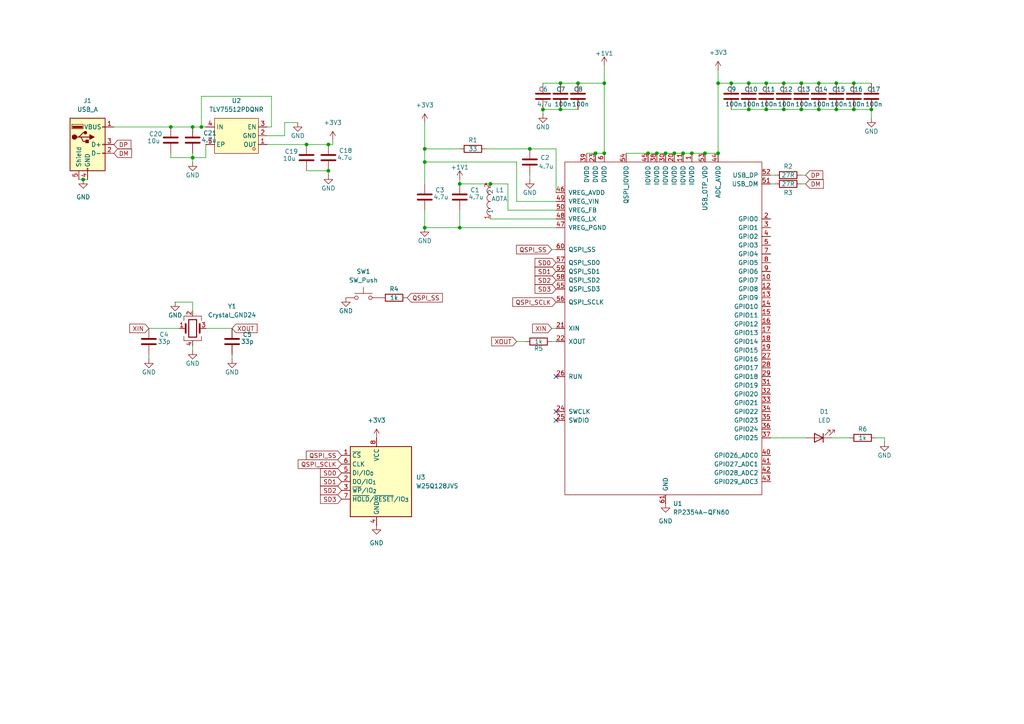
<source format=kicad_sch>
(kicad_sch (version 20250114) (generator "eeschema") (generator_version "9.0")
  (paper "A4")
  (lib_symbols
    (symbol "Connector:USB_A" (pin_names (offset 1.016))
      (property "Reference" "J" (at -5.08 11.43 0))
      (property "Value" "USB_A" (at -5.08 8.89 0))
      (symbol "USB_A_0_1"
        (rectangle (start -5.08 -7.62) (end 5.08 7.62) (stroke (width 0.254)) (fill (type background)))
        (circle (center -3.81 2.159) (radius 0.635) (stroke (width 0.254)) (fill (type outline)))
        (polyline (pts (xy -3.175 2.159) (xy -2.54 2.159) (xy -1.27 3.429) (xy -0.635 3.429)) (stroke (width 0.254)))
        (polyline (pts (xy -2.54 2.159) (xy -1.905 2.159) (xy -1.27 0.889) (xy 0 0.889)) (stroke (width 0.254)))
        (rectangle (start -1.524 4.826) (end -4.318 5.334) (fill (type outline)))
        (rectangle (start -1.27 4.572) (end -4.572 5.842))
        (circle (center -0.635 3.429) (radius 0.381) (stroke (width 0.254)) (fill (type outline)))
        (rectangle (start -0.127 -7.62) (end 0.127 -6.858))
        (rectangle (start 0.254 1.27) (end -0.508 0.508) (stroke (width 0.254)) (fill (type outline)))
        (polyline (pts (xy 0.635 2.794) (xy 0.635 1.524) (xy 1.905 2.159) (xy 0.635 2.794)) (stroke (width 0.254)) (fill (type outline)))
        (rectangle (start 5.08 4.953) (end 4.318 5.207))
        (rectangle (start 5.08 -0.127) (end 4.318 0.127))
        (rectangle (start 5.08 -2.667) (end 4.318 -2.413))
      )
      (symbol "USB_A_1_1"
        (polyline (pts (xy -1.905 2.159) (xy 0.635 2.159)) (stroke (width 0.254)))
        (pin passive line (at -2.54 -10.16 90) (length 2.54) (name "Shield") (number "5"))
        (pin power_in line (at 0 -10.16 90) (length 2.54) (name "GND") (number "4"))
        (pin power_in line (at 7.62 5.08 180) (length 2.54) (name "VBUS") (number "1"))
        (pin bidirectional line (at 7.62 0 180) (length 2.54) (name "D+") (number "3"))
        (pin bidirectional line (at 7.62 -2.54 180) (length 2.54) (name "D-") (number "2"))
      )
    )
    (symbol "Device:C" (pin_numbers (hide yes)) (pin_names (offset 0.254))
      (property "Reference" "C" (at 0.635 2.54 0))
      (property "Value" "C" (at 0.635 -2.54 0))
      (symbol "C_0_1"
        (polyline (pts (xy -2.032 0.762) (xy 2.032 0.762)) (stroke (width 0.508)))
        (polyline (pts (xy -2.032 -0.762) (xy 2.032 -0.762)) (stroke (width 0.508)))
      )
      (symbol "C_1_1"
        (pin passive line (at 0 3.81 270) (length 2.794) (name "~") (number "1"))
        (pin passive line (at 0 -3.81 90) (length 2.794) (name "~") (number "2"))
      )
    )
    (symbol "Device:Crystal_GND24" (pin_names (offset 1.016) (hide yes))
      (property "Reference" "Y" (at 3.175 5.08 0))
      (property "Value" "Crystal_GND24" (at 3.175 3.175 0))
      (symbol "Crystal_GND24_0_1"
        (polyline (pts (xy -2.54 2.286) (xy -2.54 3.556) (xy 2.54 3.556) (xy 2.54 2.286)))
        (polyline (pts (xy -2.54 0) (xy -2.032 0)))
        (polyline (pts (xy -2.54 -2.286) (xy -2.54 -3.556) (xy 2.54 -3.556) (xy 2.54 -2.286)))
        (polyline (pts (xy -2.032 -1.27) (xy -2.032 1.27)) (stroke (width 0.508)))
        (rectangle (start -1.143 2.54) (end 1.143 -2.54) (stroke (width 0.3048)))
        (polyline (pts (xy 0 3.556) (xy 0 3.81)))
        (polyline (pts (xy 0 -3.81) (xy 0 -3.556)))
        (polyline (pts (xy 2.032 0) (xy 2.54 0)))
        (polyline (pts (xy 2.032 -1.27) (xy 2.032 1.27)) (stroke (width 0.508)))
      )
      (symbol "Crystal_GND24_1_1"
        (pin passive line (at -3.81 0 0) (length 1.27) (name "1") (number "1"))
        (pin passive line (at 0 5.08 270) (length 1.27) (name "2") (number "2"))
        (pin passive line (at 0 -5.08 90) (length 1.27) (name "4") (number "4"))
        (pin passive line (at 3.81 0 180) (length 1.27) (name "3") (number "3"))
      )
    )
    (symbol "Device:LED" (pin_numbers (hide yes)) (pin_names (offset 1.016) (hide yes))
      (property "Reference" "D" (at 0 2.54 0))
      (property "Value" "LED" (at 0 -2.54 0))
      (symbol "LED_0_1"
        (polyline (pts (xy -3.048 -0.762) (xy -4.572 -2.286) (xy -3.81 -2.286) (xy -4.572 -2.286) (xy -4.572 -1.524)))
        (polyline (pts (xy -1.778 -0.762) (xy -3.302 -2.286) (xy -2.54 -2.286) (xy -3.302 -2.286) (xy -3.302 -1.524)))
        (polyline (pts (xy -1.27 0) (xy 1.27 0)))
        (polyline (pts (xy -1.27 -1.27) (xy -1.27 1.27)) (stroke (width 0.254)))
        (polyline (pts (xy 1.27 -1.27) (xy 1.27 1.27) (xy -1.27 0) (xy 1.27 -1.27)) (stroke (width 0.254)))
      )
      (symbol "LED_1_1"
        (pin passive line (at -3.81 0 0) (length 2.54) (name "K") (number "1"))
        (pin passive line (at 3.81 0 180) (length 2.54) (name "A") (number "2"))
      )
    )
    (symbol "Device:R" (pin_numbers (hide yes)) (pin_names (offset 0))
      (property "Reference" "R" (at 2.032 0 90))
      (property "Value" "R" (at 0 0 90))
      (symbol "R_0_1"
        (rectangle (start -1.016 -2.54) (end 1.016 2.54) (stroke (width 0.254)))
      )
      (symbol "R_1_1"
        (pin passive line (at 0 3.81 270) (length 1.27) (name "~") (number "1"))
        (pin passive line (at 0 -3.81 90) (length 1.27) (name "~") (number "2"))
      )
    )
    (symbol "Memory_Flash:W25Q128JVS"
      (property "Reference" "U" (at -6.35 11.43 0))
      (property "Value" "W25Q128JVS" (at 7.62 11.43 0))
      (symbol "W25Q128JVS_0_1"
        (rectangle (start -7.62 10.16) (end 10.16 -10.16) (stroke (width 0.254)) (fill (type background)))
      )
      (symbol "W25Q128JVS_1_1"
        (pin input line (at -10.16 7.62 0) (length 2.54) (name "~{CS}") (number "1"))
        (pin input line (at -10.16 5.08 0) (length 2.54) (name "CLK") (number "6"))
        (pin bidirectional line (at -10.16 2.54 0) (length 2.54) (name "DI/IO_{0}") (number "5"))
        (pin bidirectional line (at -10.16 0 0) (length 2.54) (name "DO/IO_{1}") (number "2"))
        (pin bidirectional line (at -10.16 -2.54 0) (length 2.54) (name "~{WP}/IO_{2}") (number "3"))
        (pin bidirectional line (at -10.16 -5.08 0) (length 2.54) (name "~{HOLD}/~{RESET}/IO_{3}") (number "7"))
        (pin power_in line (at 0 12.7 270) (length 2.54) (name "VCC") (number "8"))
        (pin power_in line (at 0 -12.7 90) (length 2.54) (name "GND") (number "4"))
      )
    )
    (symbol "Switch:SW_Push" (pin_numbers (hide yes)) (pin_names (offset 1.016) (hide yes))
      (property "Reference" "SW" (at 1.27 2.54 0))
      (property "Value" "SW_Push" (at 0 -1.524 0))
      (symbol "SW_Push_0_1"
        (circle (center -2.032 0) (radius 0.508))
        (polyline (pts (xy 0 1.27) (xy 0 3.048)))
        (circle (center 2.032 0) (radius 0.508))
        (polyline (pts (xy 2.54 1.27) (xy -2.54 1.27)))
        (pin passive line (at -5.08 0 0) (length 2.54) (name "1") (number "1"))
        (pin passive line (at 5.08 0 180) (length 2.54) (name "2") (number "2"))
      )
    )
    (symbol "easyeda2kicad:AOTA-B201610S3R3-101-T"
      (property "Reference" "L" (at 0 5.08 0))
      (property "Value" "AOTA-B201610S3R3-101-T" (at 0 -5.08 0))
      (symbol "AOTA-B201610S3R3-101-T_0_1"
        (arc (start -4.06 -0.01) (mid -2.83 0.99) (end -2.03 0.01))
        (arc (start -2.03 -0.01) (mid -0.8 0.99) (end 0 0.01))
        (arc (start 0 -0.01) (mid 1.23 0.99) (end 2.03 0.01))
        (arc (start 2.03 -0.01) (mid 3.26 0.99) (end 4.06 0.01))
        (circle (center 5.08 1.27) (radius 0.25))
        (pin unspecified line (at -5.08 0 0) (length 1.016) (name "1") (number "1"))
        (pin unspecified line (at 5.08 0 180) (length 1.016) (name "2") (number "2"))
      )
    )
    (symbol "easyeda2kicad:TLV75512PDQNR"
      (property "Reference" "U" (at 0 7.62 0))
      (property "Value" "TLV75512PDQNR" (at 0 -7.62 0))
      (symbol "TLV75512PDQNR_0_1"
        (rectangle (start -7.62 5.08) (end 5.08 -5.08) (fill (type background)))
        (circle (center -6.35 3.81) (radius 0.38))
        (pin unspecified line (at -10.16 2.54 0) (length 2.54) (name "OUT") (number "1"))
        (pin unspecified line (at -10.16 0 0) (length 2.54) (name "GND") (number "2"))
        (pin unspecified line (at -10.16 -2.54 0) (length 2.54) (name "EN") (number "3"))
        (pin unspecified line (at 7.62 2.54 180) (length 2.54) (name "EP") (number "5"))
        (pin unspecified line (at 7.62 -2.54 180) (length 2.54) (name "IN") (number "4"))
      )
    )
    (symbol "power:+1V1" (power) (pin_numbers (hide yes)) (pin_names (offset 0) (hide yes))
      (property "Value" "+1V1" (at 0 3.556 0))
      (symbol "+1V1_0_1"
        (polyline (pts (xy -0.762 1.27) (xy 0 2.54)))
        (polyline (pts (xy 0 2.54) (xy 0.762 1.27)))
        (polyline (pts (xy 0 0) (xy 0 2.54)))
      )
      (symbol "+1V1_1_1"
        (pin power_in line (at 0 0 90) (length 0) (name "~") (number "1"))
      )
    )
    (symbol "power:+3V3" (power) (pin_numbers (hide yes)) (pin_names (offset 0) (hide yes))
      (property "Value" "+3V3" (at 0 3.556 0))
      (symbol "+3V3_0_1"
        (polyline (pts (xy -0.762 1.27) (xy 0 2.54)))
        (polyline (pts (xy 0 2.54) (xy 0.762 1.27)))
        (polyline (pts (xy 0 0) (xy 0 2.54)))
      )
      (symbol "+3V3_1_1"
        (pin power_in line (at 0 0 90) (length 0) (name "~") (number "1"))
      )
    )
    (symbol "power:GND" (power) (pin_numbers (hide yes)) (pin_names (offset 0) (hide yes))
      (property "Value" "GND" (at 0 -3.81 0))
      (symbol "GND_0_1"
        (polyline (pts (xy 0 0) (xy 0 -1.27) (xy 1.27 -1.27) (xy 0 -2.54) (xy -1.27 -1.27) (xy 0 -1.27)))
      )
      (symbol "GND_1_1"
        (pin power_in line (at 0 0 270) (length 0) (name "~") (number "1"))
      )
    )
    (symbol "user_imported:RP2350A-QFN60" (pin_names (offset 1.016))
      (property "Reference" "U" (at 0 -1.27 0))
      (property "Value" "RP2350A-QFN60" (at 0 1.27 0))
      (symbol "RP2350A-QFN60_0_1"
        (rectangle (start -29.21 44.45) (end 27.94 -52.07))
      )
      (symbol "RP2350A-QFN60_1_0"
        (pin passive line (at 0 -54.61 90) (length 2.54) (name "GND") (number "61"))
      )
      (symbol "RP2350A-QFN60_1_1"
        (pin power_in line (at -31.75 35.56 0) (length 2.54) (name "VREG_AVDD") (number "46"))
        (pin power_in line (at -31.75 33.02 0) (length 2.54) (name "VREG_VIN") (number "49"))
        (pin power_in line (at -31.75 30.48 0) (length 2.54) (name "VREG_FB") (number "50"))
        (pin power_out line (at -31.75 27.94 0) (length 2.54) (name "VREG_LX") (number "48"))
        (pin input line (at -31.75 25.4 0) (length 2.54) (name "VREG_PGND") (number "47"))
        (pin bidirectional line (at -31.75 19.05 0) (length 2.54) (name "QSPI_SS") (number "60"))
        (pin bidirectional line (at -31.75 15.24 0) (length 2.54) (name "QSPI_SD0") (number "57"))
        (pin bidirectional line (at -31.75 12.7 0) (length 2.54) (name "QSPI_SD1") (number "59"))
        (pin bidirectional line (at -31.75 10.16 0) (length 2.54) (name "QSPI_SD2") (number "58"))
        (pin bidirectional line (at -31.75 7.62 0) (length 2.54) (name "QSPI_SD3") (number "55"))
        (pin bidirectional line (at -31.75 3.81 0) (length 2.54) (name "QSPI_SCLK") (number "56"))
        (pin input line (at -31.75 -3.81 0) (length 2.54) (name "XIN") (number "21"))
        (pin output line (at -31.75 -7.62 0) (length 2.54) (name "XOUT") (number "22"))
        (pin input line (at -31.75 -17.78 0) (length 2.54) (name "RUN") (number "26"))
        (pin input line (at -31.75 -27.94 0) (length 2.54) (name "SWCLK") (number "24"))
        (pin bidirectional line (at -31.75 -30.48 0) (length 2.54) (name "SWDIO") (number "25"))
        (pin power_in line (at -22.86 46.99 270) (length 2.54) (name "DVDD") (number "39"))
        (pin power_in line (at -20.32 46.99 270) (length 2.54) (name "DVDD") (number "23"))
        (pin power_in line (at -17.78 46.99 270) (length 2.54) (name "DVDD") (number "6"))
        (pin power_in line (at -11.43 46.99 270) (length 2.54) (name "QSPI_IOVDD") (number "54"))
        (pin power_in line (at -5.08 46.99 270) (length 2.54) (name "IOVDD") (number "45"))
        (pin power_in line (at -2.54 46.99 270) (length 2.54) (name "IOVDD") (number "38"))
        (pin power_in line (at 0 46.99 270) (length 2.54) (name "IOVDD") (number "30"))
        (pin power_in line (at 2.54 46.99 270) (length 2.54) (name "IOVDD") (number "20"))
        (pin power_in line (at 5.08 46.99 270) (length 2.54) (name "IOVDD") (number "11"))
        (pin power_in line (at 7.62 46.99 270) (length 2.54) (name "IOVDD") (number "1"))
        (pin power_in line (at 11.43 46.99 270) (length 2.54) (name "USB_OTP_VDD") (number "53"))
        (pin power_in line (at 15.24 46.99 270) (length 2.54) (name "ADC_AVDD") (number "44"))
        (pin bidirectional line (at 30.48 40.64 180) (length 2.54) (name "USB_DP") (number "52"))
        (pin bidirectional line (at 30.48 38.1 180) (length 2.54) (name "USB_DM") (number "51"))
        (pin bidirectional line (at 30.48 27.94 180) (length 2.54) (name "GPIO0") (number "2"))
        (pin bidirectional line (at 30.48 25.4 180) (length 2.54) (name "GPIO1") (number "3"))
        (pin bidirectional line (at 30.48 22.86 180) (length 2.54) (name "GPIO2") (number "4"))
        (pin bidirectional line (at 30.48 20.32 180) (length 2.54) (name "GPIO3") (number "5"))
        (pin bidirectional line (at 30.48 17.78 180) (length 2.54) (name "GPIO4") (number "7"))
        (pin bidirectional line (at 30.48 15.24 180) (length 2.54) (name "GPIO5") (number "8"))
        (pin bidirectional line (at 30.48 12.7 180) (length 2.54) (name "GPIO6") (number "9"))
        (pin bidirectional line (at 30.48 10.16 180) (length 2.54) (name "GPIO7") (number "10"))
        (pin bidirectional line (at 30.48 7.62 180) (length 2.54) (name "GPIO8") (number "12"))
        (pin bidirectional line (at 30.48 5.08 180) (length 2.54) (name "GPIO9") (number "13"))
        (pin bidirectional line (at 30.48 2.54 180) (length 2.54) (name "GPIO10") (number "14"))
        (pin bidirectional line (at 30.48 0 180) (length 2.54) (name "GPIO11") (number "15"))
        (pin bidirectional line (at 30.48 -2.54 180) (length 2.54) (name "GPIO12") (number "16"))
        (pin bidirectional line (at 30.48 -5.08 180) (length 2.54) (name "GPIO13") (number "17"))
        (pin bidirectional line (at 30.48 -7.62 180) (length 2.54) (name "GPIO14") (number "18"))
        (pin bidirectional line (at 30.48 -10.16 180) (length 2.54) (name "GPIO15") (number "19"))
        (pin bidirectional line (at 30.48 -12.7 180) (length 2.54) (name "GPIO16") (number "27"))
        (pin bidirectional line (at 30.48 -15.24 180) (length 2.54) (name "GPIO17") (number "28"))
        (pin bidirectional line (at 30.48 -17.78 180) (length 2.54) (name "GPIO18") (number "29"))
        (pin bidirectional line (at 30.48 -20.32 180) (length 2.54) (name "GPIO19") (number "31"))
        (pin bidirectional line (at 30.48 -22.86 180) (length 2.54) (name "GPIO20") (number "32"))
        (pin bidirectional line (at 30.48 -25.4 180) (length 2.54) (name "GPIO21") (number "33"))
        (pin bidirectional line (at 30.48 -27.94 180) (length 2.54) (name "GPIO22") (number "34"))
        (pin bidirectional line (at 30.48 -30.48 180) (length 2.54) (name "GPIO23") (number "35"))
        (pin bidirectional line (at 30.48 -33.02 180) (length 2.54) (name "GPIO24") (number "36"))
        (pin bidirectional line (at 30.48 -35.56 180) (length 2.54) (name "GPIO25") (number "37"))
        (pin bidirectional line (at 30.48 -40.64 180) (length 2.54) (name "GPIO26_ADC0") (number "40"))
        (pin bidirectional line (at 30.48 -43.18 180) (length 2.54) (name "GPIO27_ADC1") (number "41"))
        (pin bidirectional line (at 30.48 -45.72 180) (length 2.54) (name "GPIO28_ADC2") (number "42"))
        (pin bidirectional line (at 30.48 -48.26 180) (length 2.54) (name "GPIO29_ADC3") (number "43"))
      )
    )
  )
  (junction (at 55.88 36.83))
  (junction (at 217.17 31.75))
  (junction (at 237.49 24.13))
  (junction (at 193.04 44.45))
  (junction (at 212.09 24.13))
  (junction (at 252.73 31.75))
  (junction (at 167.64 24.13))
  (junction (at 175.26 24.13))
  (junction (at 232.41 24.13))
  (junction (at 24.13 52.07))
  (junction (at 88.9 41.91))
  (junction (at 55.88 45.72))
  (junction (at 222.25 24.13))
  (junction (at 217.17 24.13))
  (junction (at 49.53 36.83))
  (junction (at 232.41 31.75))
  (junction (at 142.24 53.34))
  (junction (at 227.33 24.13))
  (junction (at 247.65 24.13))
  (junction (at 204.47 44.45))
  (junction (at 242.57 31.75))
  (junction (at 58.42 36.83))
  (junction (at 123.19 66.04))
  (junction (at 195.58 44.45))
  (junction (at 162.56 24.13))
  (junction (at 175.26 44.45))
  (junction (at 187.96 44.45))
  (junction (at 162.56 31.75))
  (junction (at 172.72 44.45))
  (junction (at 237.49 31.75))
  (junction (at 247.65 31.75))
  (junction (at 123.19 43.18))
  (junction (at 208.28 44.45))
  (junction (at 133.35 53.34))
  (junction (at 95.25 41.91))
  (junction (at 95.25 49.53))
  (junction (at 157.48 31.75))
  (junction (at 133.35 66.04))
  (junction (at 227.33 31.75))
  (junction (at 200.66 44.45))
  (junction (at 222.25 31.75))
  (junction (at 242.57 24.13))
  (junction (at 198.12 44.45))
  (junction (at 190.5 44.45))
  (junction (at 123.19 46.99))
  (junction (at 208.28 24.13))
  (junction (at 153.67 43.18))
  (no_connect (at 161.29 119.38))
  (no_connect (at 161.29 121.92))
  (no_connect (at 161.29 109.22))
  (wire (pts (xy 78.74 27.94) (xy 58.42 27.94)))
  (wire (pts (xy 242.57 24.13) (xy 247.65 24.13)))
  (wire (pts (xy 149.86 99.06) (xy 152.4 99.06)))
  (wire (pts (xy 162.56 31.75) (xy 157.48 31.75)))
  (wire (pts (xy 237.49 31.75) (xy 242.57 31.75)))
  (wire (pts (xy 162.56 24.13) (xy 167.64 24.13)))
  (wire (pts (xy 95.25 41.91) (xy 96.52 41.91)))
  (wire (pts (xy 175.26 24.13) (xy 175.26 44.45)))
  (wire (pts (xy 22.86 52.07) (xy 24.13 52.07)))
  (wire (pts (xy 86.36 35.56) (xy 82.55 35.56)))
  (wire (pts (xy 133.35 52.07) (xy 133.35 53.34)))
  (wire (pts (xy 208.28 24.13) (xy 208.28 44.45)))
  (wire (pts (xy 49.53 36.83) (xy 55.88 36.83)))
  (wire (pts (xy 123.19 43.18) (xy 123.19 46.99)))
  (wire (pts (xy 247.65 31.75) (xy 252.73 31.75)))
  (wire (pts (xy 43.18 95.25) (xy 52.07 95.25)))
  (wire (pts (xy 78.74 36.83) (xy 77.47 36.83)))
  (wire (pts (xy 142.24 53.34) (xy 147.32 53.34)))
  (wire (pts (xy 82.55 39.37) (xy 77.47 39.37)))
  (wire (pts (xy 55.88 36.83) (xy 58.42 36.83)))
  (wire (pts (xy 232.41 24.13) (xy 237.49 24.13)))
  (wire (pts (xy 88.9 41.91) (xy 95.25 41.91)))
  (wire (pts (xy 24.13 52.07) (xy 25.4 52.07)))
  (wire (pts (xy 227.33 24.13) (xy 232.41 24.13)))
  (wire (pts (xy 58.42 36.83) (xy 59.69 36.83)))
  (wire (pts (xy 96.52 40.64) (xy 96.52 41.91)))
  (wire (pts (xy 133.35 66.04) (xy 161.29 66.04)))
  (wire (pts (xy 160.02 95.25) (xy 161.29 95.25)))
  (wire (pts (xy 200.66 44.45) (xy 204.47 44.45)))
  (wire (pts (xy 50.8 87.63) (xy 55.88 87.63)))
  (wire (pts (xy 55.88 87.63) (xy 55.88 90.17)))
  (wire (pts (xy 161.29 58.42) (xy 149.86 58.42)))
  (wire (pts (xy 252.73 31.75) (xy 252.73 34.29)))
  (wire (pts (xy 55.88 101.6) (xy 55.88 100.33)))
  (wire (pts (xy 123.19 46.99) (xy 123.19 53.34)))
  (wire (pts (xy 222.25 24.13) (xy 227.33 24.13)))
  (wire (pts (xy 123.19 43.18) (xy 133.35 43.18)))
  (wire (pts (xy 160.02 99.06) (xy 161.29 99.06)))
  (wire (pts (xy 247.65 24.13) (xy 252.73 24.13)))
  (wire (pts (xy 43.18 104.14) (xy 43.18 102.87)))
  (wire (pts (xy 55.88 45.72) (xy 59.69 45.72)))
  (wire (pts (xy 222.25 31.75) (xy 227.33 31.75)))
  (wire (pts (xy 223.52 127) (xy 233.68 127)))
  (wire (pts (xy 204.47 44.45) (xy 208.28 44.45)))
  (wire (pts (xy 212.09 31.75) (xy 217.17 31.75)))
  (wire (pts (xy 49.53 44.45) (xy 49.53 45.72)))
  (wire (pts (xy 67.31 104.14) (xy 67.31 102.87)))
  (wire (pts (xy 167.64 31.75) (xy 162.56 31.75)))
  (wire (pts (xy 233.68 50.8) (xy 232.41 50.8)))
  (wire (pts (xy 195.58 44.45) (xy 198.12 44.45)))
  (wire (pts (xy 157.48 24.13) (xy 162.56 24.13)))
  (wire (pts (xy 224.79 50.8) (xy 223.52 50.8)))
  (wire (pts (xy 241.3 127) (xy 246.38 127)))
  (wire (pts (xy 227.33 31.75) (xy 232.41 31.75)))
  (wire (pts (xy 217.17 24.13) (xy 222.25 24.13)))
  (wire (pts (xy 193.04 44.45) (xy 195.58 44.45)))
  (wire (pts (xy 254 127) (xy 256.54 127)))
  (wire (pts (xy 55.88 44.45) (xy 55.88 45.72)))
  (wire (pts (xy 58.42 27.94) (xy 58.42 36.83)))
  (wire (pts (xy 170.18 44.45) (xy 172.72 44.45)))
  (wire (pts (xy 256.54 127) (xy 256.54 128.27)))
  (wire (pts (xy 181.61 44.45) (xy 187.96 44.45)))
  (wire (pts (xy 208.28 24.13) (xy 212.09 24.13)))
  (wire (pts (xy 208.28 20.32) (xy 208.28 24.13)))
  (wire (pts (xy 59.69 41.91) (xy 59.69 45.72)))
  (wire (pts (xy 55.88 45.72) (xy 55.88 46.99)))
  (wire (pts (xy 224.79 53.34) (xy 223.52 53.34)))
  (wire (pts (xy 88.9 49.53) (xy 95.25 49.53)))
  (wire (pts (xy 190.5 44.45) (xy 193.04 44.45)))
  (wire (pts (xy 242.57 31.75) (xy 247.65 31.75)))
  (wire (pts (xy 77.47 41.91) (xy 88.9 41.91)))
  (wire (pts (xy 123.19 60.96) (xy 123.19 66.04)))
  (wire (pts (xy 33.02 36.83) (xy 49.53 36.83)))
  (wire (pts (xy 149.86 58.42) (xy 149.86 46.99)))
  (wire (pts (xy 82.55 35.56) (xy 82.55 39.37)))
  (wire (pts (xy 49.53 45.72) (xy 55.88 45.72)))
  (wire (pts (xy 123.19 35.56) (xy 123.19 43.18)))
  (wire (pts (xy 78.74 36.83) (xy 78.74 27.94)))
  (wire (pts (xy 160.02 72.39) (xy 161.29 72.39)))
  (wire (pts (xy 167.64 24.13) (xy 175.26 24.13)))
  (wire (pts (xy 147.32 53.34) (xy 147.32 60.96)))
  (wire (pts (xy 212.09 24.13) (xy 217.17 24.13)))
  (wire (pts (xy 217.17 31.75) (xy 222.25 31.75)))
  (wire (pts (xy 175.26 19.05) (xy 175.26 24.13)))
  (wire (pts (xy 157.48 31.75) (xy 157.48 33.02)))
  (wire (pts (xy 133.35 60.96) (xy 133.35 66.04)))
  (wire (pts (xy 149.86 46.99) (xy 123.19 46.99)))
  (wire (pts (xy 133.35 53.34) (xy 142.24 53.34)))
  (wire (pts (xy 187.96 44.45) (xy 190.5 44.45)))
  (wire (pts (xy 172.72 44.45) (xy 175.26 44.45)))
  (wire (pts (xy 123.19 66.04) (xy 133.35 66.04)))
  (wire (pts (xy 147.32 60.96) (xy 161.29 60.96)))
  (wire (pts (xy 237.49 24.13) (xy 242.57 24.13)))
  (wire (pts (xy 232.41 31.75) (xy 237.49 31.75)))
  (wire (pts (xy 140.97 43.18) (xy 153.67 43.18)))
  (wire (pts (xy 198.12 44.45) (xy 200.66 44.45)))
  (wire (pts (xy 153.67 52.07) (xy 153.67 50.8)))
  (wire (pts (xy 59.69 95.25) (xy 67.31 95.25)))
  (wire (pts (xy 153.67 43.18) (xy 161.29 43.18)))
  (wire (pts (xy 95.25 49.53) (xy 95.25 50.8)))
  (wire (pts (xy 233.68 53.34) (xy 232.41 53.34)))
  (wire (pts (xy 161.29 43.18) (xy 161.29 55.88)))
  (wire (pts (xy 142.24 63.5) (xy 161.29 63.5)))
  (global_label "XOUT" (shape input) (at 149.86 99.06 180) (property "Intersheetrefs" "${INTERSHEET_REFS}" (effects (hide yes))))
  (global_label "SD1" (shape input) (at 99.06 139.7 180) (property "Intersheetrefs" "${INTERSHEET_REFS}" (effects (hide yes))))
  (global_label "SD3" (shape input) (at 161.29 83.82 180) (property "Intersheetrefs" "${INTERSHEET_REFS}" (effects (hide yes))))
  (global_label "QSPI_SS" (shape input) (at 99.06 132.08 180) (property "Intersheetrefs" "${INTERSHEET_REFS}" (effects (hide yes))))
  (global_label "QSPI_SCLK" (shape input) (at 99.06 134.62 180) (property "Intersheetrefs" "${INTERSHEET_REFS}" (effects (hide yes))))
  (global_label "SD2" (shape input) (at 161.29 81.28 180) (property "Intersheetrefs" "${INTERSHEET_REFS}" (effects (hide yes))))
  (global_label "XIN" (shape input) (at 160.02 95.25 180) (property "Intersheetrefs" "${INTERSHEET_REFS}" (effects (hide yes))))
  (global_label "QSPI_SS" (shape input) (at 160.02 72.39 180) (property "Intersheetrefs" "${INTERSHEET_REFS}" (effects (hide yes))))
  (global_label "DM" (shape input) (at 233.68 53.34 0) (property "Intersheetrefs" "${INTERSHEET_REFS}" (effects (hide yes))))
  (global_label "SD2" (shape input) (at 99.06 142.24 180) (property "Intersheetrefs" "${INTERSHEET_REFS}" (effects (hide yes))))
  (global_label "QSPI_SS" (shape input) (at 118.11 86.36 0) (property "Intersheetrefs" "${INTERSHEET_REFS}" (effects (hide yes))))
  (global_label "DP" (shape input) (at 233.68 50.8 0) (property "Intersheetrefs" "${INTERSHEET_REFS}" (effects (hide yes))))
  (global_label "SD1" (shape input) (at 161.29 78.74 180) (property "Intersheetrefs" "${INTERSHEET_REFS}" (effects (hide yes))))
  (global_label "XOUT" (shape input) (at 67.31 95.25 0) (property "Intersheetrefs" "${INTERSHEET_REFS}" (effects (hide yes))))
  (global_label "DP" (shape input) (at 33.02 41.91 0) (property "Intersheetrefs" "${INTERSHEET_REFS}" (effects (hide yes))))
  (global_label "SD0" (shape input) (at 161.29 76.2 180) (property "Intersheetrefs" "${INTERSHEET_REFS}" (effects (hide yes))))
  (global_label "SD3" (shape input) (at 99.06 144.78 180) (property "Intersheetrefs" "${INTERSHEET_REFS}" (effects (hide yes))))
  (global_label "QSPI_SCLK" (shape input) (at 161.29 87.63 180) (property "Intersheetrefs" "${INTERSHEET_REFS}" (effects (hide yes))))
  (global_label "SD0" (shape input) (at 99.06 137.16 180) (property "Intersheetrefs" "${INTERSHEET_REFS}" (effects (hide yes))))
  (global_label "XIN" (shape input) (at 43.18 95.25 180) (property "Intersheetrefs" "${INTERSHEET_REFS}" (effects (hide yes))))
  (global_label "DM" (shape input) (at 33.02 44.45 0) (property "Intersheetrefs" "${INTERSHEET_REFS}" (effects (hide yes))))
  (symbol (lib_id "easyeda2kicad:AOTA-B201610S3R3-101-T") (at 142.24 58.42 90) (unit 1)
    (property "Reference" "L1" (at 143.764 55.118 90) (effects (justify right)))
    (property "Value" "AOTA" (at 142.494 57.658 90) (effects (justify right)))
    (property "Footprint" "easyeda2kicad:IND-SMD_L2.0-W1.6_AOTA-B201610S3R3-101-T" (effects (hide yes)))
    (property "LCSC Part" "C42411119" (effects (hide yes)))
  )
  (symbol (lib_id "Device:R") (at 156.21 99.06 90) (unit 1)
    (property "Reference" "R5" (at 156.21 101.092 90))
    (property "Value" "1k" (at 156.21 99.06 90))
    (property "Footprint" "Resistor_SMD:R_0402_1005Metric" (effects (hide yes)))
    (property "Description" "Resistor" (effects (hide yes)))
  )
  (symbol (lib_id "Device:R") (at 250.19 127 90) (unit 1)
    (property "Reference" "R6" (at 250.19 124.46 90))
    (property "Value" "1k" (at 250.19 127 90))
    (property "Footprint" "Resistor_SMD:R_0402_1005Metric" (effects (hide yes)))
    (property "Description" "Resistor" (effects (hide yes)))
  )
  (symbol (lib_id "power:GND") (at 157.48 33.02 0) (unit 1)
    (property "Reference" "#PWR014" (effects (hide yes)))
    (property "Value" "GND" (at 157.48 36.83 0))
    (property "Description" "Power symbol creates a global label with name \"GND\" , ground" (effects (hide yes)))
  )
  (symbol (lib_id "Device:C") (at 252.73 27.94 0) (unit 1)
    (property "Reference" "C17" (at 251.46 25.908 0) (effects (justify left)))
    (property "Value" "100n" (at 250.952 30.226 0) (effects (justify left)))
    (property "Footprint" "Capacitor_SMD:C_0402_1005Metric" (effects (hide yes)))
    (property "Description" "Unpolarized capacitor" (effects (hide yes)))
  )
  (symbol (lib_id "power:+3V3") (at 96.52 40.64 0) (unit 1)
    (property "Reference" "#PWR020" (effects (hide yes)))
    (property "Value" "+3V3" (at 96.52 35.56 0))
    (property "Description" "Power symbol creates a global label with name \"+3V3\"" (effects (hide yes)))
  )
  (symbol (lib_id "Connector:USB_A") (at 25.4 41.91 0) (unit 1)
    (property "Reference" "J1" (at 25.4 29.21 0))
    (property "Value" "USB_A" (at 25.4 31.75 0))
    (property "Footprint" "user_imported_devices:USBPCB" (effects (hide yes)))
    (property "Description" "USB Type A connector" (effects (hide yes)))
  )
  (symbol (lib_id "Device:C") (at 237.49 27.94 0) (unit 1)
    (property "Reference" "C14" (at 236.22 25.908 0) (effects (justify left)))
    (property "Value" "100n" (at 235.712 30.226 0) (effects (justify left)))
    (property "Footprint" "Capacitor_SMD:C_0402_1005Metric" (effects (hide yes)))
    (property "Description" "Unpolarized capacitor" (effects (hide yes)))
  )
  (symbol (lib_id "power:+3V3") (at 123.19 35.56 0) (unit 1)
    (property "Reference" "#PWR06" (effects (hide yes)))
    (property "Value" "+3V3" (at 123.19 30.48 0))
    (property "Description" "Power symbol creates a global label with name \"+3V3\"" (effects (hide yes)))
  )
  (symbol (lib_id "Device:C") (at 247.65 27.94 0) (unit 1)
    (property "Reference" "C16" (at 246.38 25.908 0) (effects (justify left)))
    (property "Value" "100n" (at 245.872 30.226 0) (effects (justify left)))
    (property "Footprint" "Capacitor_SMD:C_0402_1005Metric" (effects (hide yes)))
    (property "Description" "Unpolarized capacitor" (effects (hide yes)))
  )
  (symbol (lib_id "Device:C") (at 227.33 27.94 0) (unit 1)
    (property "Reference" "C12" (at 226.06 25.908 0) (effects (justify left)))
    (property "Value" "100n" (at 225.552 30.226 0) (effects (justify left)))
    (property "Footprint" "Capacitor_SMD:C_0402_1005Metric" (effects (hide yes)))
    (property "Description" "Unpolarized capacitor" (effects (hide yes)))
  )
  (symbol (lib_id "Device:C") (at 212.09 27.94 0) (unit 1)
    (property "Reference" "C9" (at 210.82 25.908 0) (effects (justify left)))
    (property "Value" "100n" (at 210.312 30.226 0) (effects (justify left)))
    (property "Footprint" "Capacitor_SMD:C_0402_1005Metric" (effects (hide yes)))
    (property "Description" "Unpolarized capacitor" (effects (hide yes)))
  )
  (symbol (lib_id "Device:C") (at 162.56 27.94 0) (unit 1)
    (property "Reference" "C7" (at 161.29 25.908 0) (effects (justify left)))
    (property "Value" "100n" (at 160.782 30.226 0) (effects (justify left)))
    (property "Footprint" "Capacitor_SMD:C_0402_1005Metric" (effects (hide yes)))
    (property "Description" "Unpolarized capacitor" (effects (hide yes)))
  )
  (symbol (lib_id "Switch:SW_Push") (at 105.41 86.36 0) (unit 1)
    (property "Reference" "SW1" (at 105.41 78.74 0))
    (property "Value" "SW_Push" (at 105.41 81.28 0))
    (property "Footprint" "easyeda2kicad:SW-SMD_L3.9-W3.0-P4.45" (effects (hide yes)))
    (property "Description" "Push button switch, generic, two pins" (effects (hide yes)))
  )
  (symbol (lib_id "power:GND") (at 109.22 152.4 0) (unit 1)
    (property "Reference" "#PWR018" (effects (hide yes)))
    (property "Value" "GND" (at 109.22 157.48 0))
    (property "Description" "Power symbol creates a global label with name \"GND\" , ground" (effects (hide yes)))
  )
  (symbol (lib_id "Device:C") (at 67.31 99.06 0) (unit 1)
    (property "Reference" "C5" (at 70.358 97.028 0) (effects (justify left)))
    (property "Value" "33p" (at 69.85 99.06 0) (effects (justify left)))
    (property "Footprint" "Capacitor_SMD:C_0402_1005Metric" (effects (hide yes)))
    (property "Description" "Unpolarized capacitor" (effects (hide yes)))
  )
  (symbol (lib_id "power:GND") (at 86.36 35.56 0) (unit 1)
    (property "Reference" "#PWR021" (effects (hide yes)))
    (property "Value" "GND" (at 86.36 39.37 0))
    (property "Description" "Power symbol creates a global label with name \"GND\" , ground" (effects (hide yes)))
  )
  (symbol (lib_id "Device:C") (at 217.17 27.94 0) (unit 1)
    (property "Reference" "C10" (at 215.9 25.908 0) (effects (justify left)))
    (property "Value" "100n" (at 215.392 30.226 0) (effects (justify left)))
    (property "Footprint" "Capacitor_SMD:C_0402_1005Metric" (effects (hide yes)))
    (property "Description" "Unpolarized capacitor" (effects (hide yes)))
  )
  (symbol (lib_id "Device:C") (at 232.41 27.94 0) (unit 1)
    (property "Reference" "C13" (at 231.14 25.908 0) (effects (justify left)))
    (property "Value" "100n" (at 230.632 30.226 0) (effects (justify left)))
    (property "Footprint" "Capacitor_SMD:C_0402_1005Metric" (effects (hide yes)))
    (property "Description" "Unpolarized capacitor" (effects (hide yes)))
  )
  (symbol (lib_id "power:GND") (at 95.25 50.8 0) (unit 1)
    (property "Reference" "#PWR022" (effects (hide yes)))
    (property "Value" "GND" (at 95.25 54.61 0))
    (property "Description" "Power symbol creates a global label with name \"GND\" , ground" (effects (hide yes)))
  )
  (symbol (lib_id "easyeda2kicad:TLV75512PDQNR") (at 67.31 39.37 180) (unit 1)
    (property "Reference" "U2" (at 68.58 29.21 0))
    (property "Value" "TLV75512PDQNR" (at 68.58 31.75 0))
    (property "Footprint" "easyeda2kicad:X2SON-4_L1.0-W1.0-P0.65-TL-EP" (effects (hide yes)))
    (property "LCSC Part" "C2867150" (effects (hide yes)))
  )
  (symbol (lib_id "Device:C") (at 157.48 27.94 0) (unit 1)
    (property "Reference" "C6" (at 156.21 25.908 0) (effects (justify left)))
    (property "Value" "4.7u" (at 155.702 30.226 0) (effects (justify left)))
    (property "Footprint" "Capacitor_SMD:C_0402_1005Metric" (effects (hide yes)))
    (property "Description" "Unpolarized capacitor" (effects (hide yes)))
  )
  (symbol (lib_id "power:GND") (at 24.13 52.07 0) (unit 1)
    (property "Reference" "#PWR05" (effects (hide yes)))
    (property "Value" "GND" (at 24.13 57.15 0))
    (property "Description" "Power symbol creates a global label with name \"GND\" , ground" (effects (hide yes)))
  )
  (symbol (lib_id "power:GND") (at 153.67 52.07 0) (unit 1)
    (property "Reference" "#PWR07" (effects (hide yes)))
    (property "Value" "GND" (at 153.67 55.88 0))
    (property "Description" "Power symbol creates a global label with name \"GND\" , ground" (effects (hide yes)))
  )
  (symbol (lib_id "power:GND") (at 55.88 101.6 0) (unit 1)
    (property "Reference" "#PWR011" (effects (hide yes)))
    (property "Value" "GND" (at 55.88 105.41 0))
    (property "Description" "Power symbol creates a global label with name \"GND\" , ground" (effects (hide yes)))
  )
  (symbol (lib_id "power:GND") (at 193.04 146.05 0) (unit 1)
    (property "Reference" "#PWR01" (effects (hide yes)))
    (property "Value" "GND" (at 193.04 151.13 0))
    (property "Description" "Power symbol creates a global label with name \"GND\" , ground" (effects (hide yes)))
  )
  (symbol (lib_id "Device:R") (at 228.6 53.34 90) (unit 1)
    (property "Reference" "R3" (at 228.6 55.88 90))
    (property "Value" "27R" (at 228.6 53.34 90))
    (property "Footprint" "Resistor_SMD:R_0402_1005Metric" (effects (hide yes)))
    (property "Description" "Resistor" (effects (hide yes)))
  )
  (symbol (lib_id "power:GND") (at 67.31 104.14 0) (unit 1)
    (property "Reference" "#PWR09" (effects (hide yes)))
    (property "Value" "GND" (at 67.31 107.95 0))
    (property "Description" "Power symbol creates a global label with name \"GND\" , ground" (effects (hide yes)))
  )
  (symbol (lib_id "power:+3V3") (at 208.28 20.32 0) (unit 1)
    (property "Reference" "#PWR02" (effects (hide yes)))
    (property "Value" "+3V3" (at 208.28 15.24 0))
    (property "Description" "Power symbol creates a global label with name \"+3V3\"" (effects (hide yes)))
  )
  (symbol (lib_id "Device:C") (at 133.35 57.15 0) (unit 1)
    (property "Reference" "C1" (at 136.398 55.118 0) (effects (justify left)))
    (property "Value" "4.7u" (at 135.89 57.15 0) (effects (justify left)))
    (property "Footprint" "Capacitor_SMD:C_0402_1005Metric" (effects (hide yes)))
    (property "Description" "Unpolarized capacitor" (effects (hide yes)))
  )
  (symbol (lib_id "Device:C") (at 43.18 99.06 0) (unit 1)
    (property "Reference" "C4" (at 46.228 97.028 0) (effects (justify left)))
    (property "Value" "33p" (at 45.72 99.06 0) (effects (justify left)))
    (property "Footprint" "Capacitor_SMD:C_0402_1005Metric" (effects (hide yes)))
    (property "Description" "Unpolarized capacitor" (effects (hide yes)))
  )
  (symbol (lib_id "Device:Crystal_GND24") (at 55.88 95.25 0) (unit 1)
    (property "Reference" "Y1" (at 67.31 88.8298 0))
    (property "Value" "Crystal_GND24" (at 67.31 91.3698 0))
    (property "Footprint" "Crystal:Crystal_SMD_3225-4Pin_3.2x2.5mm" (effects (hide yes)))
    (property "Description" "Four pin crystal, GND on pins 2 and 4" (effects (hide yes)))
  )
  (symbol (lib_id "Device:C") (at 55.88 40.64 0) (unit 1)
    (property "Reference" "C21" (at 58.928 38.608 0) (effects (justify left)))
    (property "Value" "4.7u" (at 58.42 40.64 0) (effects (justify left)))
    (property "Footprint" "Capacitor_SMD:C_0402_1005Metric" (effects (hide yes)))
    (property "Description" "Unpolarized capacitor" (effects (hide yes)))
  )
  (symbol (lib_id "Device:C") (at 49.53 40.64 0) (unit 1)
    (property "Reference" "C20" (at 43.18 38.862 0) (effects (justify left)))
    (property "Value" "10u" (at 42.672 40.894 0) (effects (justify left)))
    (property "Footprint" "Capacitor_SMD:C_0603_1608Metric" (effects (hide yes)))
    (property "Description" "Unpolarized capacitor" (effects (hide yes)))
  )
  (symbol (lib_id "Device:C") (at 153.67 46.99 0) (unit 1)
    (property "Reference" "C2" (at 156.718 45.72 0) (effects (justify left)))
    (property "Value" "4.7u" (at 156.21 48.26 0) (effects (justify left)))
    (property "Footprint" "Capacitor_SMD:C_0402_1005Metric" (effects (hide yes)))
    (property "Description" "Unpolarized capacitor" (effects (hide yes)))
  )
  (symbol (lib_id "Device:R") (at 137.16 43.18 90) (unit 1)
    (property "Reference" "R1" (at 137.16 40.64 90))
    (property "Value" "33" (at 137.16 43.18 90))
    (property "Footprint" "Resistor_SMD:R_0402_1005Metric" (effects (hide yes)))
    (property "Description" "Resistor" (effects (hide yes)))
  )
  (symbol (lib_id "Device:C") (at 222.25 27.94 0) (unit 1)
    (property "Reference" "C11" (at 220.98 25.908 0) (effects (justify left)))
    (property "Value" "100n" (at 220.472 30.226 0) (effects (justify left)))
    (property "Footprint" "Capacitor_SMD:C_0402_1005Metric" (effects (hide yes)))
    (property "Description" "Unpolarized capacitor" (effects (hide yes)))
  )
  (symbol (lib_id "user_imported:RP2350A-QFN60") (at 193.04 91.44 0) (unit 1)
    (property "Reference" "U1" (at 195.1833 146.05 0) (effects (justify left)))
    (property "Value" "RP2354A-QFN60" (at 195.1833 148.59 0) (effects (justify left)))
    (property "Footprint" "user_imported_devices:RP2350A_QFN-60_EP_7.75x7.75_Pitch0.4mm" (effects (hide yes)))
  )
  (symbol (lib_id "Device:C") (at 123.19 57.15 0) (unit 1)
    (property "Reference" "C3" (at 126.238 55.118 0) (effects (justify left)))
    (property "Value" "4.7u" (at 125.73 57.15 0) (effects (justify left)))
    (property "Footprint" "Capacitor_SMD:C_0402_1005Metric" (effects (hide yes)))
    (property "Description" "Unpolarized capacitor" (effects (hide yes)))
  )
  (symbol (lib_id "power:GND") (at 123.19 66.04 0) (unit 1)
    (property "Reference" "#PWR08" (effects (hide yes)))
    (property "Value" "GND" (at 123.19 69.85 0))
    (property "Description" "Power symbol creates a global label with name \"GND\" , ground" (effects (hide yes)))
  )
  (symbol (lib_id "Memory_Flash:W25Q128JVS") (at 109.22 139.7 0) (unit 1)
    (property "Reference" "U3" (at 120.65 138.4299 0) (effects (justify left)))
    (property "Value" "W25Q128JVS" (at 120.65 140.9699 0) (effects (justify left)))
    (property "Footprint" "Package_SO:SOIC-8_5.3x5.3mm_P1.27mm" (effects (hide yes)))
    (property "Datasheet" "https://www.winbond.com/resource-files/w25q128jv_dtr%20revc%2003272018%20plus.pdf" (effects (hide yes)))
    (property "Description" "128Mbit / 16MiB Serial Flash Memory, Standard/Dual/Quad SPI, 2.7-3.6V, SOIC-8" (effects (hide yes)))
  )
  (symbol (lib_id "Device:C") (at 242.57 27.94 0) (unit 1)
    (property "Reference" "C15" (at 241.3 25.908 0) (effects (justify left)))
    (property "Value" "100n" (at 240.792 30.226 0) (effects (justify left)))
    (property "Footprint" "Capacitor_SMD:C_0402_1005Metric" (effects (hide yes)))
    (property "Description" "Unpolarized capacitor" (effects (hide yes)))
  )
  (symbol (lib_id "power:GND") (at 50.8 87.63 0) (unit 1)
    (property "Reference" "#PWR012" (effects (hide yes)))
    (property "Value" "GND" (at 50.8 91.44 0))
    (property "Description" "Power symbol creates a global label with name \"GND\" , ground" (effects (hide yes)))
  )
  (symbol (lib_id "power:+1V1") (at 133.35 52.07 0) (unit 1)
    (property "Reference" "#PWR03" (effects (hide yes)))
    (property "Value" "+1V1" (at 133.35 48.514 0))
    (property "Description" "Power symbol creates a global label with name \"+1V1\"" (effects (hide yes)))
  )
  (symbol (lib_id "power:GND") (at 252.73 34.29 0) (unit 1)
    (property "Reference" "#PWR015" (effects (hide yes)))
    (property "Value" "GND" (at 252.73 38.1 0))
    (property "Description" "Power symbol creates a global label with name \"GND\" , ground" (effects (hide yes)))
  )
  (symbol (lib_id "power:+1V1") (at 175.26 19.05 0) (unit 1)
    (property "Reference" "#PWR013" (effects (hide yes)))
    (property "Value" "+1V1" (at 175.26 15.494 0))
    (property "Description" "Power symbol creates a global label with name \"+1V1\"" (effects (hide yes)))
  )
  (symbol (lib_id "power:GND") (at 55.88 46.99 0) (unit 1)
    (property "Reference" "#PWR023" (effects (hide yes)))
    (property "Value" "GND" (at 55.88 50.8 0))
    (property "Description" "Power symbol creates a global label with name \"GND\" , ground" (effects (hide yes)))
  )
  (symbol (lib_id "Device:R") (at 114.3 86.36 90) (unit 1)
    (property "Reference" "R4" (at 114.3 83.82 90))
    (property "Value" "1k" (at 114.3 86.36 90))
    (property "Footprint" "Resistor_SMD:R_0402_1005Metric" (effects (hide yes)))
    (property "Description" "Resistor" (effects (hide yes)))
  )
  (symbol (lib_id "Device:R") (at 228.6 50.8 90) (unit 1)
    (property "Reference" "R2" (at 228.6 48.26 90))
    (property "Value" "27R" (at 228.6 50.8 90))
    (property "Footprint" "Resistor_SMD:R_0402_1005Metric" (effects (hide yes)))
    (property "Description" "Resistor" (effects (hide yes)))
  )
  (symbol (lib_id "Device:C") (at 167.64 27.94 0) (unit 1)
    (property "Reference" "C8" (at 166.37 25.908 0) (effects (justify left)))
    (property "Value" "100n" (at 165.862 30.226 0) (effects (justify left)))
    (property "Footprint" "Capacitor_SMD:C_0402_1005Metric" (effects (hide yes)))
    (property "Description" "Unpolarized capacitor" (effects (hide yes)))
  )
  (symbol (lib_id "Device:LED") (at 237.49 127 180) (unit 1)
    (property "Reference" "D1" (at 239.0775 119.38 0))
    (property "Value" "LED" (at 239.0775 121.92 0))
    (property "Footprint" "LED_SMD:LED_0603_1608Metric" (effects (hide yes)))
    (property "Description" "Light emitting diode" (effects (hide yes)))
    (property "Sim.Pins" "1=K 2=A" (effects (hide yes)))
  )
  (symbol (lib_id "power:+3V3") (at 109.22 127 0) (unit 1)
    (property "Reference" "#PWR04" (effects (hide yes)))
    (property "Value" "+3V3" (at 109.22 121.92 0))
    (property "Description" "Power symbol creates a global label with name \"+3V3\"" (effects (hide yes)))
  )
  (symbol (lib_id "power:GND") (at 256.54 128.27 0) (unit 1)
    (property "Reference" "#PWR017" (effects (hide yes)))
    (property "Value" "GND" (at 256.54 132.08 0))
    (property "Description" "Power symbol creates a global label with name \"GND\" , ground" (effects (hide yes)))
  )
  (symbol (lib_id "power:GND") (at 43.18 104.14 0) (unit 1)
    (property "Reference" "#PWR010" (effects (hide yes)))
    (property "Value" "GND" (at 43.18 107.95 0))
    (property "Description" "Power symbol creates a global label with name \"GND\" , ground" (effects (hide yes)))
  )
  (symbol (lib_id "Device:C") (at 95.25 45.72 0) (unit 1)
    (property "Reference" "C18" (at 98.298 43.688 0) (effects (justify left)))
    (property "Value" "4.7u" (at 97.79 45.72 0) (effects (justify left)))
    (property "Footprint" "Capacitor_SMD:C_0402_1005Metric" (effects (hide yes)))
    (property "Description" "Unpolarized capacitor" (effects (hide yes)))
  )
  (symbol (lib_id "power:GND") (at 100.33 86.36 0) (unit 1)
    (property "Reference" "#PWR016" (effects (hide yes)))
    (property "Value" "GND" (at 100.33 90.17 0))
    (property "Description" "Power symbol creates a global label with name \"GND\" , ground" (effects (hide yes)))
  )
  (symbol (lib_id "Device:C") (at 88.9 45.72 0) (unit 1)
    (property "Reference" "C19" (at 82.55 43.942 0) (effects (justify left)))
    (property "Value" "10u" (at 82.042 45.974 0) (effects (justify left)))
    (property "Footprint" "Capacitor_SMD:C_0603_1608Metric" (effects (hide yes)))
    (property "Description" "Unpolarized capacitor" (effects (hide yes)))
  )
)
</source>
